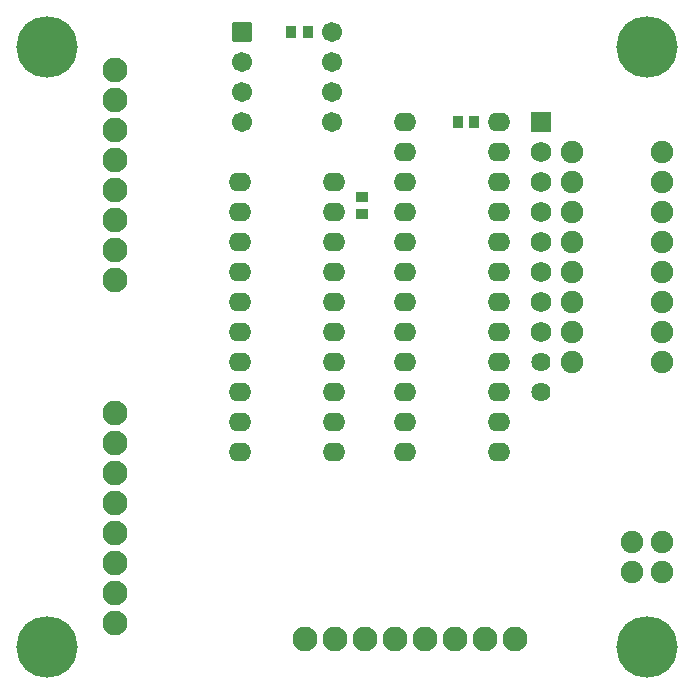
<source format=gbs>
G04 Layer: BottomSolderMaskLayer*
G04 Panelize: , Column: 2, Row: 2, Board Size: 58.42mm x 58.42mm, Panelized Board Size: 118.84mm x 118.84mm*
G04 EasyEDA v6.5.34, 2023-09-05 23:31:59*
G04 3ff1d21ffa584fb08a1032706516b83c,5a6b42c53f6a479593ecc07194224c93,10*
G04 Gerber Generator version 0.2*
G04 Scale: 100 percent, Rotated: No, Reflected: No *
G04 Dimensions in millimeters *
G04 leading zeros omitted , absolute positions ,4 integer and 5 decimal *
%FSLAX45Y45*%
%MOMM*%

%AMMACRO1*1,1,$1,$2,$3*1,1,$1,$4,$5*1,1,$1,0-$2,0-$3*1,1,$1,0-$4,0-$5*20,1,$1,$2,$3,$4,$5,0*20,1,$1,$4,$5,0-$2,0-$3,0*20,1,$1,0-$2,0-$3,0-$4,0-$5,0*20,1,$1,0-$4,0-$5,$2,$3,0*4,1,4,$2,$3,$4,$5,0-$2,0-$3,0-$4,0-$5,$2,$3,0*%
%ADD10MACRO1,0.1016X-0.4X-0.45X0.4X-0.45*%
%ADD11MACRO1,0.1016X0.45X-0.4X0.45X0.4*%
%ADD12MACRO1,0.1016X0.8001X0.8001X0.8001X-0.8001*%
%ADD13C,1.7018*%
%ADD14O,1.9291046X1.5635986*%
%ADD15C,1.9016*%
%ADD16MACRO1,0.2032X0.762X0.762X0.762X-0.762*%
%ADD17C,1.7272*%
%ADD18C,1.6256*%
%ADD19C,5.2032*%
%ADD20C,2.1016*%

%LPD*%
D10*
G01*
X2584601Y5588000D03*
G01*
X2444601Y5588000D03*
D11*
G01*
X3048000Y4184801D03*
G01*
X3048000Y4044801D03*
D10*
G01*
X3994301Y4826000D03*
G01*
X3854301Y4826000D03*
D12*
G01*
X2032000Y5588000D03*
D13*
G01*
X2032000Y5334000D03*
G01*
X2032000Y5080000D03*
G01*
X2032000Y4826000D03*
G01*
X2794000Y4826000D03*
G01*
X2794000Y5080000D03*
G01*
X2794000Y5334000D03*
G01*
X2794000Y5588000D03*
D14*
G01*
X3412997Y4826000D03*
G01*
X4207002Y4826000D03*
G01*
X3412997Y4572000D03*
G01*
X4207002Y4572000D03*
G01*
X3412997Y4318000D03*
G01*
X4207002Y4318000D03*
G01*
X3412997Y4064000D03*
G01*
X4207002Y4064000D03*
G01*
X3412997Y3810000D03*
G01*
X4207002Y3810000D03*
G01*
X3412997Y3556000D03*
G01*
X4207002Y3556000D03*
G01*
X3412997Y3302000D03*
G01*
X4207002Y3302000D03*
G01*
X3412997Y3048000D03*
G01*
X4207002Y3048000D03*
G01*
X3412997Y2794000D03*
G01*
X4207002Y2794000D03*
G01*
X3412997Y2540000D03*
G01*
X4207002Y2540000D03*
G01*
X3412997Y2286000D03*
G01*
X4207002Y2286000D03*
G01*
X3412997Y2032000D03*
G01*
X4207002Y2032000D03*
G01*
X2015997Y4318000D03*
G01*
X2810002Y4318000D03*
G01*
X2015997Y4064000D03*
G01*
X2810002Y4064000D03*
G01*
X2015997Y3810000D03*
G01*
X2810002Y3810000D03*
G01*
X2015997Y3556000D03*
G01*
X2810002Y3556000D03*
G01*
X2015997Y3302000D03*
G01*
X2810002Y3302000D03*
G01*
X2015997Y3048000D03*
G01*
X2810002Y3048000D03*
G01*
X2015997Y2794000D03*
G01*
X2810002Y2794000D03*
G01*
X2015997Y2540000D03*
G01*
X2810002Y2540000D03*
G01*
X2015997Y2286000D03*
G01*
X2810002Y2286000D03*
G01*
X2015997Y2032000D03*
G01*
X2810002Y2032000D03*
D15*
G01*
X4826000Y2794000D03*
G01*
X4826000Y3048000D03*
G01*
X4826000Y3302000D03*
G01*
X4826000Y3556000D03*
G01*
X4826000Y3810000D03*
G01*
X4826000Y4064000D03*
G01*
X4826000Y4318000D03*
G01*
X4826000Y4572000D03*
G01*
X5588000Y2794000D03*
G01*
X5588000Y3048000D03*
G01*
X5588000Y3302000D03*
G01*
X5588000Y3556000D03*
G01*
X5588000Y3810000D03*
G01*
X5588000Y4064000D03*
G01*
X5588000Y4318000D03*
G01*
X5588000Y4572000D03*
D16*
G01*
X4559300Y4826000D03*
D17*
G01*
X4559300Y4572000D03*
G01*
X4559300Y4318000D03*
G01*
X4559300Y4064000D03*
G01*
X4559300Y3810000D03*
G01*
X4559300Y3556000D03*
G01*
X4559300Y3302000D03*
G01*
X4559300Y3048000D03*
D18*
G01*
X4559300Y2794000D03*
G01*
X4559300Y2540000D03*
D19*
G01*
X5461000Y381000D03*
G01*
X381000Y381000D03*
G01*
X381000Y5461000D03*
G01*
X5461000Y5461000D03*
D20*
G01*
X956081Y3489197D03*
G01*
X956081Y3743197D03*
G01*
X956081Y3997197D03*
G01*
X956081Y4251197D03*
G01*
X956081Y4505197D03*
G01*
X956081Y4759197D03*
G01*
X956081Y5013197D03*
G01*
X956081Y5267197D03*
G01*
X956106Y2358897D03*
G01*
X956106Y2104897D03*
G01*
X956106Y1850897D03*
G01*
X956106Y1596897D03*
G01*
X956106Y1342897D03*
G01*
X956106Y1088897D03*
G01*
X956106Y834897D03*
G01*
X956106Y580897D03*
D15*
G01*
X5588000Y1016000D03*
G01*
X5334000Y1016000D03*
G01*
X5334000Y1270000D03*
G01*
X5588000Y1270000D03*
D20*
G01*
X4343400Y444500D03*
G01*
X4089400Y444500D03*
G01*
X3835400Y444500D03*
G01*
X3581400Y444500D03*
G01*
X3327400Y444500D03*
G01*
X3073400Y444500D03*
G01*
X2819400Y444500D03*
G01*
X2565400Y444500D03*
M02*

</source>
